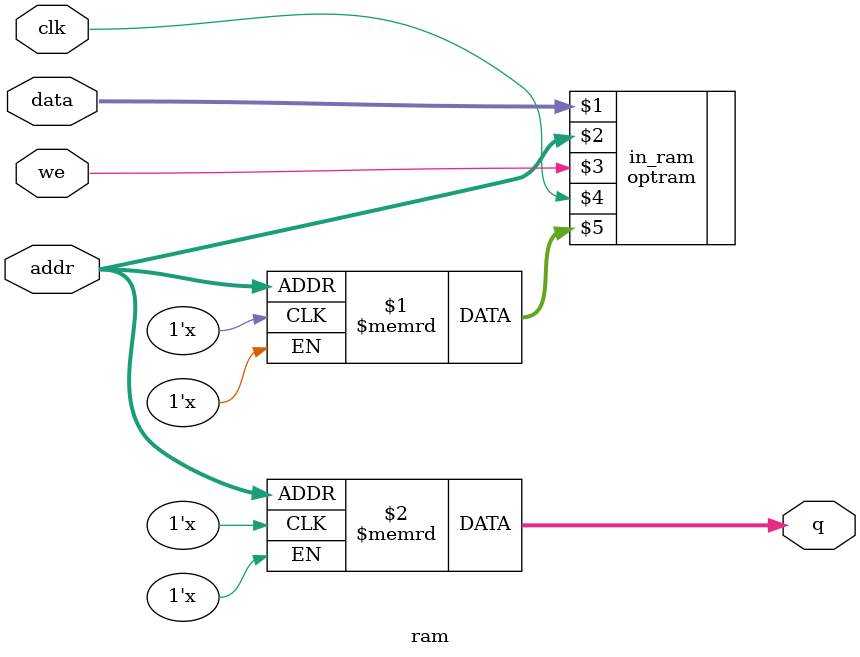
<source format=v>
module ram #(
    parameter ADDR_WIDTH=6,
    parameter DATA_WIDTH=8
) (
    input [DATA_WIDTH-1:0] data,
    input [ADDR_WIDTH-1:0] addr,
    input we, clk,
    output [7:0] q
);
reg [DATA_WIDTH-1:0] ram[2**ADDR_WIDTH-1:0];
// when we is high, write data to ram at address addr
// assign the ram value at address addr to q
generate
optram in_ram (data, addr, we, clk, ram[addr]);
endgenerate
assign q=ram[addr];
endmodule

</source>
